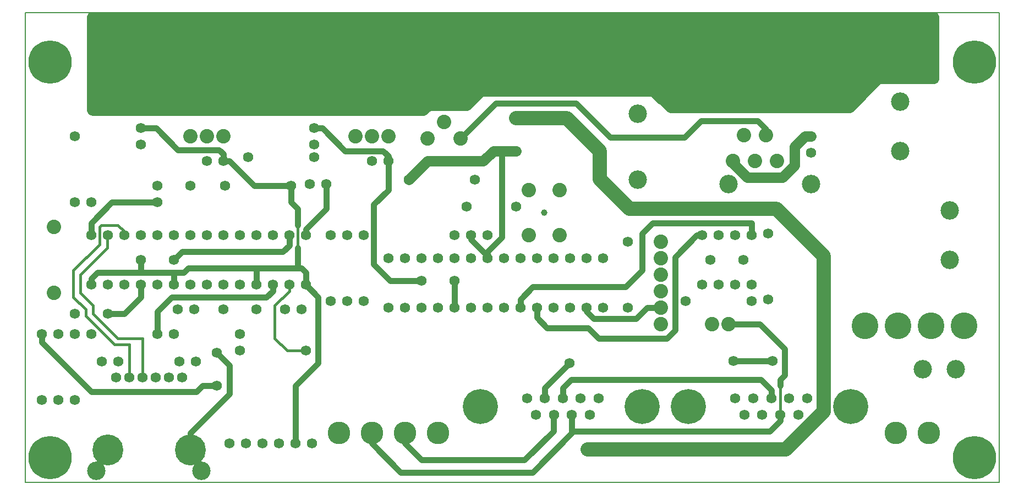
<source format=gbr>
G04                                                                  *
G04 SOURCE        : LAYO1 PCB.EXE VERSION 10                         *
G04 FORMAT        : GERBER RS-274X, Inch, 2.4, Leading Zero          *
G04 TITLE         : CAN-GC1E_SIGNAL TOP                              *
G04 TIME          : Friday, March 23, 2012  17:34:08                 *
G04                                                                  *
G04 Board width   : 149.860 mm. =  5.9000 inch                       *
G04 Board height  :  72.390 mm. =  2.8500 inch                       *
G04 Board offset  :   0.000 mm. =  0.0000 inch                       *
G04 Board offset  :   0.000 mm. =  0.0000 inch                       *
G04                                                                  *
G04 Apertures:                                                       *
G04       Type          X       Y             X       Y        Used  *
G04                      Inches                Metric                *
G04 D10   Draw        0.0079  0.0079        0.200   0.200         5  *
G04 D11   Round       0.0622  0.0622        1.580   1.580       174  *
G04 D12   Round       0.2118  0.2118        5.380   5.380         5  *
G04 D13   Round       0.0874  0.0874        2.220   2.220        28  *
G04 D14   Round       0.2622  0.2622        6.660   6.660         8  *
G04 D15   Round       0.0394  0.0394        1.000   1.000         1  *
G04 D16   Draw        0.0625  0.0625        1.588   1.588        67  *
G04 D17   Round       0.1118  0.1118        2.840   2.840        12  *
G04 D18   Round       0.1370  0.1370        3.480   3.480         6  *
G04 D19   Round       0.1622  0.1622        4.120   4.120         4  *
G04 D20   Draw        0.0375  0.0375        0.953   0.953       166  *
G04 D21   Draw        0.0156  0.0156        0.397   0.397        33  *
G04 D22   Round       0.1874  0.1874        4.760   4.760         2  *
G04 D23   Draw        0.0875  0.0875        2.223   2.223        11  *
G04                                                                  *
%FSLAX24Y24*
MOIN*
SFA1.0B1.0*%
%ADD10C,0.0079*%
%ADD11C,0.0622*%
%ADD12C,0.2118*%
%ADD13C,0.0874*%
%ADD14C,0.2622*%
%ADD15C,0.0394*%
%ADD16C,0.0625*%
%ADD17C,0.1118*%
%ADD18C,0.1370*%
%ADD19C,0.1622*%
%ADD20C,0.0375*%
%ADD21C,0.0156*%
%ADD22C,0.1874*%
%ADD23C,0.0875*%
%LNSIGNAL TOP*%
G54D10*
X000000Y028500D02*
X000000Y000000D01*
X059000Y000000D01*
X059000Y028500D01*
X000000Y028500D01*
G54D11*
X033000Y013625D03*
X032000Y013625D03*
X031000Y013625D03*
X030000Y013625D03*
X024000Y010625D03*
X025000Y010625D03*
X028000Y010625D03*
X029000Y010625D03*
X032000Y010625D03*
X033000Y010625D03*
X015000Y015000D03*
X014000Y015000D03*
X013000Y015000D03*
X041000Y012000D03*
X005508Y006375D03*
X047625Y021000D03*
X027250Y018375D03*
X017500Y020500D03*
X017500Y019750D03*
X007000Y020500D03*
X003000Y021000D03*
X013000Y009000D03*
X011625Y005875D03*
X009500Y006375D03*
X001000Y009000D03*
X013000Y008000D03*
X009352Y007344D03*
X017000Y015000D03*
X018250Y018125D03*
X016000Y012000D03*
X017000Y008000D03*
X015000Y012000D03*
X008000Y009000D03*
X034000Y013625D03*
X029750Y016750D03*
X013000Y012000D03*
X014000Y010500D03*
X015750Y010500D03*
X022000Y010625D03*
X012000Y015000D03*
X008000Y015000D03*
X008000Y018000D03*
X012125Y018000D03*
X022000Y013625D03*
X010000Y015000D03*
X023000Y010625D03*
X011000Y015000D03*
X029000Y013625D03*
X009000Y015000D03*
X012000Y012000D03*
X012000Y010500D03*
X010250Y010500D03*
X006000Y015000D03*
X006305Y006375D03*
X003000Y005000D03*
X006000Y012000D03*
X009000Y009000D03*
X008703Y006375D03*
X005000Y015000D03*
X002000Y005000D03*
X007102Y006375D03*
X005000Y012000D03*
X007906Y006375D03*
X001000Y005000D03*
X004000Y015000D03*
X008000Y017000D03*
X026000Y013625D03*
X026000Y015000D03*
X002000Y009000D03*
X003000Y010250D03*
X003000Y009000D03*
X035000Y013625D03*
X036500Y014625D03*
X027000Y013625D03*
X028000Y015000D03*
X034000Y010625D03*
X004000Y009000D03*
X004656Y007344D03*
X035000Y010625D03*
X023000Y013625D03*
X020500Y015000D03*
X024000Y013625D03*
X019500Y015000D03*
X025000Y013625D03*
X018500Y015000D03*
X017375Y002375D03*
X020500Y011000D03*
X015375Y002375D03*
X019500Y011000D03*
X018500Y011000D03*
X013375Y002375D03*
X031492Y005125D03*
X044117Y005125D03*
X032992Y007250D03*
X032578Y005125D03*
X045203Y005125D03*
X042000Y012000D03*
X033125Y004125D03*
X045750Y004125D03*
X031000Y010625D03*
X041000Y015000D03*
X033664Y005125D03*
X046289Y005125D03*
X045289Y007375D03*
X042914Y007375D03*
X040000Y011000D03*
X043000Y012000D03*
X044000Y011000D03*
X032039Y004125D03*
X044664Y004125D03*
X030000Y010625D03*
X044000Y015000D03*
X044000Y012000D03*
X045000Y011125D03*
X028000Y013625D03*
X026000Y010625D03*
X016000Y015000D03*
X007000Y015000D03*
X007000Y012000D03*
X010000Y012000D03*
X011000Y012000D03*
X043000Y015000D03*
X004000Y017000D03*
X045000Y015125D03*
X026000Y012250D03*
X043500Y013500D03*
X009000Y013500D03*
X010000Y018000D03*
X005000Y010250D03*
X011625Y007875D03*
X016750Y010500D03*
X009250Y010500D03*
X017250Y018125D03*
X047625Y020000D03*
X021000Y019500D03*
X029750Y020125D03*
X011000Y019500D03*
X034750Y005125D03*
X034211Y004125D03*
X047375Y005125D03*
X046836Y004125D03*
X010352Y007344D03*
X005656Y007344D03*
X003000Y017000D03*
X013500Y019750D03*
X027000Y015000D03*
X023250Y018375D03*
X027000Y010625D03*
X042000Y015000D03*
X036500Y010625D03*
X024000Y012250D03*
X041500Y013500D03*
X022000Y019500D03*
X017500Y021500D03*
X026750Y016750D03*
X029750Y022125D03*
X030406Y005125D03*
X030953Y004125D03*
X043031Y005125D03*
X043578Y004125D03*
X034078Y002000D03*
X043078Y002000D03*
X004000Y012000D03*
X008000Y012000D03*
X009000Y012000D03*
X014000Y012000D03*
X017000Y012000D03*
X007000Y013500D03*
X012000Y019500D03*
X012375Y002375D03*
X007000Y021500D03*
X014375Y002375D03*
X016375Y002375D03*
X016125Y018000D03*
G54D12*
X037391Y004625D03*
X027570Y004625D03*
X050016Y004625D03*
X040195Y004625D03*
X044211Y027375D03*
G54D13*
X038500Y011625D03*
X032375Y017750D03*
X030500Y017750D03*
X042875Y019500D03*
X043547Y021078D03*
X044883Y021078D03*
X026375Y020875D03*
X001750Y011500D03*
X032375Y015000D03*
X038500Y014625D03*
X038500Y010625D03*
X038500Y009625D03*
X042625Y009625D03*
X041625Y009625D03*
X038500Y013625D03*
X021000Y021000D03*
X044211Y019500D03*
X045555Y019500D03*
X030500Y015000D03*
X011000Y021000D03*
X038500Y012625D03*
X022000Y021000D03*
X010000Y021000D03*
X020000Y021000D03*
X025375Y021875D03*
X024375Y020875D03*
X001750Y015500D03*
X012000Y021000D03*
G54D14*
X021000Y027250D03*
X011000Y027250D03*
X001500Y025500D03*
X057500Y025500D03*
X057500Y001500D03*
X001500Y001500D03*
X048125Y024500D03*
X015000Y024500D03*
G54D15*
X031438Y016375D03*
G54D16*
X047625Y021000D02*
X047250Y021000D01*
X046625Y020375D01*
X046625Y019250D01*
X045875Y018500D01*
X043750Y018500D01*
X042875Y019375D01*
X042875Y019500D01*
X011000Y027250D02*
X011000Y028250D01*
X004063Y028250D01*
X004063Y022625D01*
X004125Y022563D01*
X008313Y022563D01*
X024125Y022563D01*
X024438Y022875D01*
X026750Y022875D01*
X027625Y023750D01*
X038125Y023750D01*
X039125Y022750D01*
X049938Y022750D01*
X051688Y024500D01*
X055063Y024500D01*
X055063Y028250D01*
X004063Y028250D01*
X055063Y028250D02*
X055063Y027750D01*
X004438Y027750D01*
X004438Y023000D01*
X026188Y023000D01*
X026938Y023750D01*
X038063Y023750D01*
X038563Y023250D01*
X049813Y023250D01*
X051063Y024500D01*
X054563Y024500D01*
X054563Y027375D01*
X004813Y027375D01*
X004813Y023500D01*
X026188Y023500D01*
X026438Y023750D01*
X049688Y023750D01*
X050438Y024500D01*
X054063Y024500D01*
X054063Y026875D01*
X005313Y026875D01*
X005313Y024000D01*
X049313Y024000D01*
X049813Y024500D01*
X053563Y024500D01*
X053563Y026500D01*
X053438Y026375D01*
X005688Y026375D01*
X005688Y024500D01*
X053063Y024500D01*
X053063Y026000D01*
X006188Y026000D01*
X006188Y025000D01*
X052563Y025000D01*
X052563Y025500D01*
X006438Y025500D01*
X023250Y018375D02*
X024375Y019500D01*
X027750Y019500D01*
X028375Y020125D01*
X028875Y020125D01*
X029750Y020125D01*
G54D17*
X056375Y006875D03*
X056000Y016500D03*
X053000Y023125D03*
X037125Y018375D03*
X042625Y018125D03*
X054375Y006875D03*
X047625Y018125D03*
X056000Y013500D03*
X010680Y000727D03*
X004320Y000727D03*
X053000Y020125D03*
X037125Y022375D03*
G54D18*
X054750Y003000D03*
X052750Y003000D03*
X021000Y003000D03*
X023000Y003000D03*
X025000Y003000D03*
X019000Y003000D03*
G54D19*
X056875Y009500D03*
X054875Y009500D03*
X052875Y009500D03*
X050875Y009500D03*
G54D20*
X026375Y020875D02*
X028500Y023000D01*
X033375Y023000D01*
X035438Y020938D01*
X039938Y020938D01*
X040938Y021938D01*
X044375Y021938D01*
X044875Y021438D01*
X044875Y021063D01*
X001000Y009000D02*
X001000Y008500D01*
X004000Y005500D01*
X010375Y005500D01*
X010750Y005875D01*
X011625Y005875D01*
X017000Y015000D02*
X017000Y015375D01*
X018250Y016625D01*
X018250Y018125D01*
X015000Y012000D02*
X015000Y011625D01*
X014625Y011250D01*
X008875Y011250D01*
X008000Y010375D01*
X008000Y009000D01*
X004000Y015000D02*
X004000Y015750D01*
X005250Y017000D01*
X008000Y017000D01*
X034000Y010625D02*
X034000Y010375D01*
X034438Y009938D01*
X037000Y009938D01*
X037688Y010625D01*
X038500Y010625D01*
X032992Y007250D02*
X031492Y005750D01*
X031492Y005125D01*
X032578Y005125D02*
X032578Y005750D01*
X033078Y006250D01*
X044578Y006250D01*
X045203Y005625D01*
X045203Y005125D01*
X031000Y010625D02*
X031000Y010000D01*
X031625Y009375D01*
X034125Y009375D01*
X034750Y008750D01*
X038875Y008750D01*
X039375Y009250D01*
X039375Y013688D01*
X040688Y015000D01*
X041000Y015000D01*
X045289Y007375D02*
X042914Y007375D01*
X030000Y010625D02*
X030000Y011125D01*
X030750Y011875D01*
X036375Y011875D01*
X037375Y012875D01*
X037375Y015125D01*
X037375Y015125D02*
X038000Y015750D01*
X044000Y015750D01*
X044000Y015000D01*
X022000Y019500D02*
X022000Y019813D01*
X021688Y020125D01*
X019375Y020125D01*
X018000Y021500D01*
X017500Y021500D01*
X024000Y012250D02*
X022125Y012250D01*
X021125Y013250D01*
X021125Y016875D01*
X022000Y017750D01*
X022000Y019500D01*
X021000Y003000D02*
X021000Y002375D01*
X022750Y000625D01*
X030750Y000625D01*
X033125Y003000D01*
X033125Y003125D01*
X033125Y004125D01*
X045750Y004125D02*
X045750Y003750D01*
X045125Y003125D01*
X033125Y003125D01*
X045750Y005875D02*
X045750Y006250D01*
X046000Y006500D01*
X046000Y008125D01*
X044500Y009625D01*
X042625Y009625D01*
X023000Y003000D02*
X023000Y002375D01*
X024000Y001375D01*
X030250Y001375D01*
X032000Y003125D01*
X032000Y004125D01*
X027000Y015000D02*
X027000Y014750D01*
X028000Y013750D01*
X028000Y013625D01*
X011625Y007875D02*
X012375Y007125D01*
X012375Y005375D01*
X010000Y003000D01*
X010000Y002000D01*
X005000Y010250D02*
X006000Y010250D01*
X007000Y011250D01*
X007000Y012000D01*
X026000Y010625D02*
X026000Y012250D01*
X028000Y013625D02*
X028000Y014000D01*
X028875Y014875D01*
X028875Y020125D01*
X009000Y013500D02*
X009500Y014000D01*
X015625Y014000D01*
X016000Y014375D01*
X016000Y015000D01*
X014000Y012000D02*
X014000Y013000D01*
X014500Y013000D01*
X016500Y013000D01*
X016750Y013000D01*
X017000Y012750D01*
X017000Y012000D01*
X004000Y012000D02*
X004000Y012375D01*
X004375Y012750D01*
X007000Y012750D01*
X009000Y012750D01*
X009000Y012000D01*
X016125Y018000D02*
X016125Y017000D01*
X016500Y016625D01*
X016500Y015625D01*
X016500Y014250D02*
X016500Y013000D01*
X017000Y012000D02*
X017750Y011250D01*
X017750Y007250D01*
X016375Y005875D01*
X016375Y002375D01*
X009000Y012750D02*
X009625Y012750D01*
X009875Y013000D01*
X010000Y013000D01*
X014000Y013000D01*
X007000Y013500D02*
X007000Y012750D01*
X012000Y019500D02*
X012375Y019500D01*
X013875Y018000D01*
X016125Y018000D01*
X007000Y021500D02*
X007938Y021500D01*
X009250Y020188D01*
X011750Y020188D01*
X012000Y019938D01*
X012000Y019500D01*
G54D21*
X016000Y012000D02*
X016000Y011625D01*
X015125Y010750D01*
X015125Y008750D01*
X015875Y008000D01*
X017000Y008000D01*
X006305Y006375D02*
X006305Y008375D01*
X005430Y008375D01*
X003680Y010125D01*
X003680Y010500D01*
X002930Y011250D01*
X002930Y012875D01*
X004500Y014445D01*
X004500Y015500D01*
X004625Y015625D01*
X005625Y015625D01*
X006000Y015250D01*
X006000Y015000D01*
X007102Y006375D02*
X007102Y008125D01*
X007102Y008750D01*
X005602Y008750D01*
X004102Y010250D01*
X004102Y010750D01*
X003352Y011500D01*
X003352Y012625D01*
X004977Y014250D01*
X004977Y015000D01*
X045750Y004125D02*
X045750Y005875D01*
X016500Y015625D02*
X016500Y014250D01*
G54D22*
X010000Y001977D03*
X005000Y001977D03*
G54D23*
X034078Y002000D02*
X043078Y002000D01*
X046078Y002000D01*
X048375Y004297D01*
X048375Y013750D01*
X045500Y016625D01*
X036625Y016625D01*
X034828Y018422D01*
X034828Y020125D01*
X032828Y022125D01*
X029750Y022125D01*
M02*

</source>
